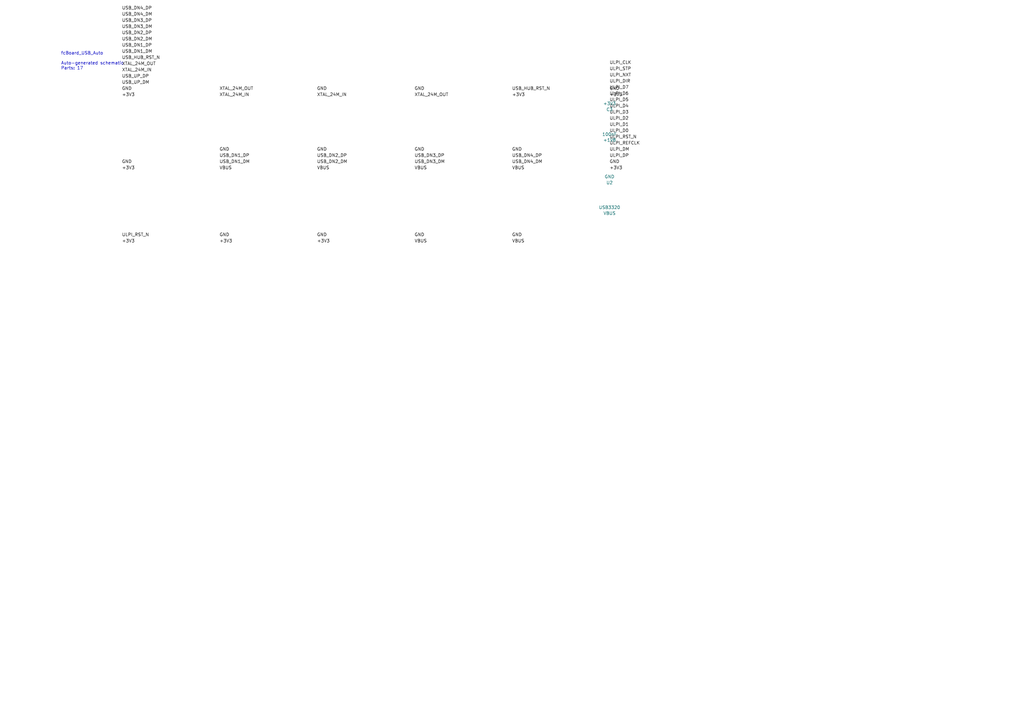
<source format=kicad_sch>
(kicad_sch (version 20250114) (generator "kicad_auto_builder") (generator_version "1.0")
  (paper "A3")
  (title_block (title "fcBoard_USB_Auto") (date "2024-12-12") (rev "1.0") (company "Auto Generated") (comment 1 "Generated by kicad_auto_builder"))
  (lib_symbols
    (symbol "+5V" (power) (pin_numbers hide) (pin_names (offset 0) hide) (in_bom no)
      (property "Value" "+5V" (at 0 3.81 0))
      (symbol "+5V_0_1"
        (polyline (pts (xy -0.762 1.27) (xy 0 2.54)))
        (polyline (pts (xy 0 0) (xy 0 2.54)))
        (polyline (pts (xy 0 2.54) (xy 0.762 1.27)))
      )
      (symbol "+5V_1_1"
        (pin power_in line (at 0 0 90) (length 0) (name "+5V") (number "1"))
      )
    )
    (symbol "+3V3" (power) (pin_numbers hide) (pin_names (offset 0) hide) (in_bom no)
      (property "Value" "+3V3" (at 0 3.81 0))
      (symbol "+3V3_0_1"
        (polyline (pts (xy -0.762 1.27) (xy 0 2.54)))
        (polyline (pts (xy 0 0) (xy 0 2.54)))
        (polyline (pts (xy 0 2.54) (xy 0.762 1.27)))
      )
      (symbol "+3V3_1_1"
        (pin power_in line (at 0 0 90) (length 0) (name "+3V3") (number "1"))
      )
    )
    (symbol "+1V8" (power) (pin_numbers hide) (pin_names (offset 0) hide) (in_bom no)
      (property "Value" "+1V8" (at 0 3.81 0))
      (symbol "+1V8_0_1"
        (polyline (pts (xy -0.762 1.27) (xy 0 2.54)))
        (polyline (pts (xy 0 0) (xy 0 2.54)))
        (polyline (pts (xy 0 2.54) (xy 0.762 1.27)))
      )
      (symbol "+1V8_1_1"
        (pin power_in line (at 0 0 90) (length 0) (name "+1V8") (number "1"))
      )
    )
    (symbol "GND" (power) (pin_numbers hide) (pin_names (offset 0) hide) (in_bom no)
      (property "Value" "GND" (at 0 -2.54 0))
      (symbol "GND_0_1"
        (polyline (pts (xy 0 0) (xy 0 -1.27) (xy 1.27 -1.27) (xy 0 -2.54) (xy -1.27 -1.27) (xy 0 -1.27)))
      )
      (symbol "GND_1_1"
        (pin power_in line (at 0 0 270) (length 0) (name "GND") (number "1"))
      )
    )
    (symbol "VBUS" (power) (pin_numbers hide) (pin_names (offset 0) hide) (in_bom no)
      (property "Value" "VBUS" (at 0 3.81 0))
      (symbol "VBUS_0_1"
        (polyline (pts (xy -0.762 1.27) (xy 0 2.54)))
        (polyline (pts (xy 0 0) (xy 0 2.54)))
        (polyline (pts (xy 0 2.54) (xy 0.762 1.27)))
      )
      (symbol "VBUS_1_1"
        (pin power_in line (at 0 0 90) (length 0) (name "VBUS") (number "1"))
      )
    )
    (symbol "USB5744" (pin_names (offset 1.016))
      (property "Reference" "U" (at 0 27.94 0))
      (property "Value" "USB5744" (at 0 -27.94 0))
      (symbol "USB5744_0_1"
        (rectangle (start -12.7 26.67) (end 12.7 -26.67) (stroke (width 0.254)) (fill (type background)))
      )
      (symbol "USB5744_1_1"
        (pin power_in line (at -15.24 22.86 0) (length 2.54) (name "VDD33") (number "1"))
        (pin power_in line (at 0 -30.48 90) (length 3.81) (name "GND") (number "2"))
        (pin bidirectional line (at -15.24 17.78 0) (length 2.54) (name "USB_DM_UP") (number "3"))
        (pin bidirectional line (at -15.24 15.24 0) (length 2.54) (name "USB_DP_UP") (number "4"))
        (pin input line (at -15.24 7.62 0) (length 2.54) (name "XTALIN") (number "5"))
        (pin output line (at -15.24 5.08 0) (length 2.54) (name "XTALOUT") (number "6"))
        (pin input line (at -15.24 0 0) (length 2.54) (name "RESET_N") (number "7"))
        (pin bidirectional line (at 15.24 17.78 180) (length 2.54) (name "USB_DM_DN1") (number "8"))
        (pin bidirectional line (at 15.24 15.24 180) (length 2.54) (name "USB_DP_DN1") (number "9"))
        (pin bidirectional line (at 15.24 10.16 180) (length 2.54) (name "USB_DM_DN2") (number "10"))
        (pin bidirectional line (at 15.24 7.62 180) (length 2.54) (name "USB_DP_DN2") (number "11"))
        (pin bidirectional line (at 15.24 2.54 180) (length 2.54) (name "USB_DM_DN3") (number "12"))
        (pin bidirectional line (at 15.24 0 180) (length 2.54) (name "USB_DP_DN3") (number "13"))
        (pin bidirectional line (at 15.24 -5.08 180) (length 2.54) (name "USB_DM_DN4") (number "14"))
        (pin bidirectional line (at 15.24 -7.62 180) (length 2.54) (name "USB_DP_DN4") (number "15"))
      )
    )
    (symbol "Crystal" (pin_numbers hide) (pin_names (offset 1.016) hide)
      (property "Reference" "Y" (at 0 3.81 0))
      (property "Value" "Crystal" (at 0 -3.81 0))
      (symbol "Crystal_0_1"
        (rectangle (start -0.762 -1.524) (end 0.762 1.524) (stroke (width 0.254)))
        (polyline (pts (xy -1.778 -1.778) (xy -1.778 1.778)) (stroke (width 0.254)))
        (polyline (pts (xy 1.778 -1.778) (xy 1.778 1.778)) (stroke (width 0.254)))
      )
      (symbol "Crystal_1_1"
        (pin passive line (at -5.08 0 0) (length 3.302) (name "1") (number "1"))
        (pin passive line (at 5.08 0 180) (length 3.302) (name "2") (number "2"))
      )
    )
    (symbol "C" (pin_numbers hide) (pin_names (offset 0.254))
      (property "Reference" "C" (at 0.635 2.54 0))
      (property "Value" "C" (at 0.635 -2.54 0))
      (symbol "C_0_1"
        (polyline (pts (xy -2.032 -0.762) (xy 2.032 -0.762)) (stroke (width 0.508)))
        (polyline (pts (xy -2.032 0.762) (xy 2.032 0.762)) (stroke (width 0.508)))
      )
      (symbol "C_1_1"
        (pin passive line (at 0 3.81 270) (length 2.794) (name "1") (number "1"))
        (pin passive line (at 0 -3.81 90) (length 2.794) (name "2") (number "2"))
      )
    )
    (symbol "R" (pin_numbers hide) (pin_names (offset 0))
      (property "Reference" "R" (at 2.032 0 90))
      (property "Value" "R" (at 0 0 90))
      (symbol "R_0_1"
        (rectangle (start -1.016 -2.54) (end 1.016 2.54) (stroke (width 0.254)))
      )
      (symbol "R_1_1"
        (pin passive line (at 0 5.08 270) (length 2.54) (name "1") (number "1"))
        (pin passive line (at 0 -5.08 90) (length 2.54) (name "2") (number "2"))
      )
    )
    (symbol "USB_A" (pin_names (offset 1.016))
      (property "Reference" "J" (at 0 6.35 0))
      (property "Value" "USB_A" (at 0 -6.35 0))
      (symbol "USB_A_0_1"
        (rectangle (start -5.08 5.08) (end 5.08 -5.08) (stroke (width 0.254)) (fill (type background)))
      )
      (symbol "USB_A_1_1"
        (pin power_out line (at 7.62 2.54 180) (length 2.54) (name "VBUS") (number "1"))
        (pin bidirectional line (at 7.62 0 180) (length 2.54) (name "D-") (number "2"))
        (pin bidirectional line (at 7.62 -2.54 180) (length 2.54) (name "D+") (number "3"))
        (pin power_in line (at 0 -7.62 90) (length 2.54) (name "GND") (number "4"))
      )
    )
    (symbol "USB3320" (pin_names (offset 1.016))
      (property "Reference" "U" (at 0 22.86 0))
      (property "Value" "USB3320" (at 0 -22.86 0))
      (symbol "USB3320_0_1"
        (rectangle (start -12.7 21.59) (end 12.7 -21.59) (stroke (width 0.254)) (fill (type background)))
      )
      (symbol "USB3320_1_1"
        (pin power_in line (at -15.24 17.78 0) (length 2.54) (name "VDD33") (number "1"))
        (pin power_in line (at 0 -25.4 90) (length 3.81) (name "GND") (number "2"))
        (pin bidirectional line (at -15.24 12.7 0) (length 2.54) (name "DP") (number "3"))
        (pin bidirectional line (at -15.24 10.16 0) (length 2.54) (name "DM") (number "4"))
        (pin input line (at -15.24 5.08 0) (length 2.54) (name "REFCLK") (number "5"))
        (pin input line (at -15.24 0 0) (length 2.54) (name "RESET_N") (number "6"))
        (pin bidirectional line (at 15.24 17.78 180) (length 2.54) (name "DATA0") (number "7"))
        (pin bidirectional line (at 15.24 15.24 180) (length 2.54) (name "DATA1") (number "8"))
        (pin bidirectional line (at 15.24 12.7 180) (length 2.54) (name "DATA2") (number "9"))
        (pin bidirectional line (at 15.24 10.16 180) (length 2.54) (name "DATA3") (number "10"))
        (pin bidirectional line (at 15.24 7.62 180) (length 2.54) (name "DATA4") (number "11"))
        (pin bidirectional line (at 15.24 5.08 180) (length 2.54) (name "DATA5") (number "12"))
        (pin bidirectional line (at 15.24 2.54 180) (length 2.54) (name "DATA6") (number "13"))
        (pin bidirectional line (at 15.24 0 180) (length 2.54) (name "DATA7") (number "14"))
        (pin output line (at 15.24 -5.08 180) (length 2.54) (name "DIR") (number "15"))
        (pin output line (at 15.24 -7.62 180) (length 2.54) (name "NXT") (number "16"))
        (pin input line (at 15.24 -10.16 180) (length 2.54) (name "STP") (number "17"))
        (pin output line (at 15.24 -12.7 180) (length 2.54) (name "CLK") (number "18"))
      )
    )
    (symbol "CP" (pin_numbers hide) (pin_names (offset 0.254))
      (property "Reference" "C" (at 0.635 2.54 0))
      (property "Value" "CP" (at 0.635 -2.54 0))
      (symbol "CP_0_1"
        (rectangle (start -2.286 0.508) (end 2.286 1.016))
        (polyline (pts (xy -1.778 2.286) (xy -0.762 2.286)))
        (polyline (pts (xy -1.27 1.778) (xy -1.27 2.794)))
        (rectangle (start 2.286 -0.508) (end -2.286 -1.016) (fill (type outline)))
      )
      (symbol "CP_1_1"
        (pin passive line (at 0 3.81 270) (length 2.794) (name "1") (number "1"))
        (pin passive line (at 0 -3.81 90) (length 2.794) (name "2") (number "2"))
      )
    )
  )
  (symbol (lib_id "custom:USB5744") (at 50.0 50.0 0) (unit 1)
    (property "Reference" "U1" (at 50.0 44.92 0))
    (property "Value" "USB5744" (at 50.0 55.08 0))
    (property "LCSC Part" "C132563" (effects hide))
  )
  (symbol (lib_id "custom:Crystal") (at 90.0 50.0 0) (unit 1)
    (property "Reference" "Y1" (at 90.0 44.92 0))
    (property "Value" "24MHz" (at 90.0 55.08 0))
  )
  (symbol (lib_id "custom:C") (at 130.0 50.0 0) (unit 1)
    (property "Reference" "C1" (at 130.0 44.92 0))
    (property "Value" "18pF" (at 130.0 55.08 0))
  )
  (symbol (lib_id "custom:C") (at 170.0 50.0 0) (unit 1)
    (property "Reference" "C2" (at 170.0 44.92 0))
    (property "Value" "18pF" (at 170.0 55.08 0))
  )
  (symbol (lib_id "custom:R") (at 210.0 50.0 0) (unit 1)
    (property "Reference" "R1" (at 210.0 44.92 0))
    (property "Value" "10k" (at 210.0 55.08 0))
  )
  (symbol (lib_id "custom:C") (at 250.0 50.0 0) (unit 1)
    (property "Reference" "C3" (at 250.0 44.92 0))
    (property "Value" "100nF" (at 250.0 55.08 0))
  )
  (symbol (lib_id "custom:C") (at 50.0 80.0 0) (unit 1)
    (property "Reference" "C4" (at 50.0 74.92 0))
    (property "Value" "10uF" (at 50.0 85.08 0))
  )
  (symbol (lib_id "custom:USB_A") (at 90.0 80.0 0) (unit 1)
    (property "Reference" "J1" (at 90.0 74.92 0))
    (property "Value" "USB-A Port 1" (at 90.0 85.08 0))
  )
  (symbol (lib_id "custom:USB_A") (at 130.0 80.0 0) (unit 1)
    (property "Reference" "J2" (at 130.0 74.92 0))
    (property "Value" "USB-A Port 2" (at 130.0 85.08 0))
  )
  (symbol (lib_id "custom:USB_A") (at 170.0 80.0 0) (unit 1)
    (property "Reference" "J3" (at 170.0 74.92 0))
    (property "Value" "USB-A Port 3" (at 170.0 85.08 0))
  )
  (symbol (lib_id "custom:USB_A") (at 210.0 80.0 0) (unit 1)
    (property "Reference" "J4" (at 210.0 74.92 0))
    (property "Value" "USB-A Port 4" (at 210.0 85.08 0))
  )
  (symbol (lib_id "custom:USB3320") (at 250.0 80.0 0) (unit 1)
    (property "Reference" "U2" (at 250.0 74.92 0))
    (property "Value" "USB3320" (at 250.0 85.08 0))
    (property "LCSC Part" "C132942" (effects hide))
  )
  (symbol (lib_id "custom:R") (at 50.0 110.0 0) (unit 1)
    (property "Reference" "R2" (at 50.0 104.92 0))
    (property "Value" "10k" (at 50.0 115.08 0))
  )
  (symbol (lib_id "custom:C") (at 90.0 110.0 0) (unit 1)
    (property "Reference" "C5" (at 90.0 104.92 0))
    (property "Value" "100nF" (at 90.0 115.08 0))
  )
  (symbol (lib_id "custom:C") (at 130.0 110.0 0) (unit 1)
    (property "Reference" "C6" (at 130.0 104.92 0))
    (property "Value" "10uF" (at 130.0 115.08 0))
  )
  (symbol (lib_id "custom:CP") (at 170.0 110.0 0) (unit 1)
    (property "Reference" "C7" (at 170.0 104.92 0))
    (property "Value" "100uF" (at 170.0 115.08 0))
  )
  (symbol (lib_id "custom:C") (at 210.0 110.0 0) (unit 1)
    (property "Reference" "C8" (at 210.0 104.92 0))
    (property "Value" "100nF" (at 210.0 115.08 0))
  )
  (symbol (lib_id "custom:+5V") (at 250.0 30.0 0) (unit 1) (in_bom no)
    (property "Reference" "#PWR" (effects hide))
    (property "Value" "+5V" (at 250.0 27.46 0))
  )
  (symbol (lib_id "custom:+3V3") (at 250.0 45.0 0) (unit 1) (in_bom no)
    (property "Reference" "#PWR" (effects hide))
    (property "Value" "+3V3" (at 250.0 42.46 0))
  )
  (symbol (lib_id "custom:+1V8") (at 250.0 60.0 0) (unit 1) (in_bom no)
    (property "Reference" "#PWR" (effects hide))
    (property "Value" "+1V8" (at 250.0 57.46 0))
  )
  (symbol (lib_id "custom:GND") (at 250.0 75.0 180) (unit 1) (in_bom no)
    (property "Reference" "#PWR" (effects hide))
    (property "Value" "GND" (at 250.0 72.46 0))
  )
  (symbol (lib_id "custom:VBUS") (at 250.0 90.0 0) (unit 1) (in_bom no)
    (property "Reference" "#PWR" (effects hide))
    (property "Value" "VBUS" (at 250.0 87.46 0))
  )
  (label "+3V3" (at 50.0 39.84 0))
  (label "GND" (at 50.0 37.300000000000004 0))
  (label "USB_UP_DM" (at 50.0 34.760000000000005 0))
  (label "USB_UP_DP" (at 50.0 32.220000000000006 0))
  (label "XTAL_24M_IN" (at 50.0 29.680000000000007 0))
  (label "XTAL_24M_OUT" (at 50.0 27.140000000000008 0))
  (label "USB_HUB_RST_N" (at 50.0 24.60000000000001 0))
  (label "USB_DN1_DM" (at 50.0 22.06000000000001 0))
  (label "USB_DN1_DP" (at 50.0 19.52000000000001 0))
  (label "USB_DN2_DM" (at 50.0 16.98000000000001 0))
  (label "USB_DN2_DP" (at 50.0 14.440000000000012 0))
  (label "USB_DN3_DM" (at 50.0 11.900000000000013 0))
  (label "USB_DN3_DP" (at 50.0 9.360000000000014 0))
  (label "USB_DN4_DM" (at 50.0 6.820000000000014 0))
  (label "USB_DN4_DP" (at 50.0 4.280000000000014 0))
  (label "XTAL_24M_IN" (at 90.0 39.84 0))
  (label "XTAL_24M_OUT" (at 90.0 37.300000000000004 0))
  (label "XTAL_24M_IN" (at 130.0 39.84 0))
  (label "GND" (at 130.0 37.300000000000004 0))
  (label "XTAL_24M_OUT" (at 170.0 39.84 0))
  (label "GND" (at 170.0 37.300000000000004 0))
  (label "+3V3" (at 210.0 39.84 0))
  (label "USB_HUB_RST_N" (at 210.0 37.300000000000004 0))
  (label "+3V3" (at 250.0 39.84 0))
  (label "GND" (at 250.0 37.300000000000004 0))
  (label "+3V3" (at 50.0 69.84 0))
  (label "GND" (at 50.0 67.3 0))
  (label "VBUS" (at 90.0 69.84 0))
  (label "USB_DN1_DM" (at 90.0 67.3 0))
  (label "USB_DN1_DP" (at 90.0 64.75999999999999 0))
  (label "GND" (at 90.0 62.21999999999999 0))
  (label "VBUS" (at 130.0 69.84 0))
  (label "USB_DN2_DM" (at 130.0 67.3 0))
  (label "USB_DN2_DP" (at 130.0 64.75999999999999 0))
  (label "GND" (at 130.0 62.21999999999999 0))
  (label "VBUS" (at 170.0 69.84 0))
  (label "USB_DN3_DM" (at 170.0 67.3 0))
  (label "USB_DN3_DP" (at 170.0 64.75999999999999 0))
  (label "GND" (at 170.0 62.21999999999999 0))
  (label "VBUS" (at 210.0 69.84 0))
  (label "USB_DN4_DM" (at 210.0 67.3 0))
  (label "USB_DN4_DP" (at 210.0 64.75999999999999 0))
  (label "GND" (at 210.0 62.21999999999999 0))
  (label "+3V3" (at 250.0 69.84 0))
  (label "GND" (at 250.0 67.3 0))
  (label "ULPI_DP" (at 250.0 64.75999999999999 0))
  (label "ULPI_DM" (at 250.0 62.21999999999999 0))
  (label "ULPI_REFCLK" (at 250.0 59.67999999999999 0))
  (label "ULPI_RST_N" (at 250.0 57.13999999999999 0))
  (label "ULPI_D0" (at 250.0 54.599999999999994 0))
  (label "ULPI_D1" (at 250.0 52.059999999999995 0))
  (label "ULPI_D2" (at 250.0 49.519999999999996 0))
  (label "ULPI_D3" (at 250.0 46.98 0))
  (label "ULPI_D4" (at 250.0 44.44 0))
  (label "ULPI_D5" (at 250.0 41.9 0))
  (label "ULPI_D6" (at 250.0 39.36 0))
  (label "ULPI_D7" (at 250.0 36.82 0))
  (label "ULPI_DIR" (at 250.0 34.28 0))
  (label "ULPI_NXT" (at 250.0 31.740000000000002 0))
  (label "ULPI_STP" (at 250.0 29.200000000000003 0))
  (label "ULPI_CLK" (at 250.0 26.660000000000004 0))
  (label "+3V3" (at 50.0 99.84 0))
  (label "ULPI_RST_N" (at 50.0 97.3 0))
  (label "+3V3" (at 90.0 99.84 0))
  (label "GND" (at 90.0 97.3 0))
  (label "+3V3" (at 130.0 99.84 0))
  (label "GND" (at 130.0 97.3 0))
  (label "VBUS" (at 170.0 99.84 0))
  (label "GND" (at 170.0 97.3 0))
  (label "VBUS" (at 210.0 99.84 0))
  (label "GND" (at 210.0 97.3 0))
  (text "fcBoard_USB_Auto\n\nAuto-generated schematic\nParts: 17" (at 25.0 25.0 0) (effects (font (size 1.27 1.27)) (justify left)))
)
</source>
